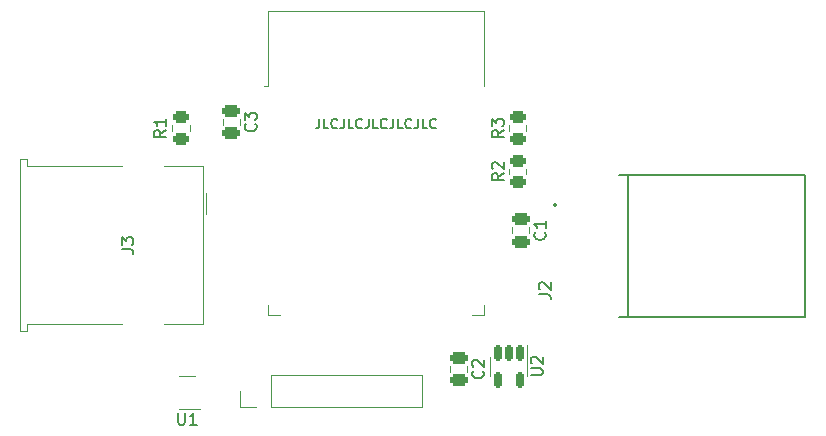
<source format=gbr>
G04 #@! TF.GenerationSoftware,KiCad,Pcbnew,(5.99.0-11535-gf6cac49802)*
G04 #@! TF.CreationDate,2021-08-06T14:04:52-04:00*
G04 #@! TF.ProjectId,esphome-humitemp,65737068-6f6d-4652-9d68-756d6974656d,1*
G04 #@! TF.SameCoordinates,Original*
G04 #@! TF.FileFunction,Legend,Top*
G04 #@! TF.FilePolarity,Positive*
%FSLAX46Y46*%
G04 Gerber Fmt 4.6, Leading zero omitted, Abs format (unit mm)*
G04 Created by KiCad (PCBNEW (5.99.0-11535-gf6cac49802)) date 2021-08-06 14:04:52*
%MOMM*%
%LPD*%
G01*
G04 APERTURE LIST*
G04 Aperture macros list*
%AMRoundRect*
0 Rectangle with rounded corners*
0 $1 Rounding radius*
0 $2 $3 $4 $5 $6 $7 $8 $9 X,Y pos of 4 corners*
0 Add a 4 corners polygon primitive as box body*
4,1,4,$2,$3,$4,$5,$6,$7,$8,$9,$2,$3,0*
0 Add four circle primitives for the rounded corners*
1,1,$1+$1,$2,$3*
1,1,$1+$1,$4,$5*
1,1,$1+$1,$6,$7*
1,1,$1+$1,$8,$9*
0 Add four rect primitives between the rounded corners*
20,1,$1+$1,$2,$3,$4,$5,0*
20,1,$1+$1,$4,$5,$6,$7,0*
20,1,$1+$1,$6,$7,$8,$9,0*
20,1,$1+$1,$8,$9,$2,$3,0*%
%AMFreePoly0*
4,1,6,0.500000,-0.850000,-0.500000,-0.850000,-0.500000,0.550000,-0.200000,0.850000,0.500000,0.850000,0.500000,-0.850000,0.500000,-0.850000,$1*%
G04 Aperture macros list end*
%ADD10C,0.152400*%
%ADD11C,0.150000*%
%ADD12C,0.120000*%
%ADD13C,0.127000*%
%ADD14C,0.200000*%
%ADD15RoundRect,0.250000X-0.450000X0.262500X-0.450000X-0.262500X0.450000X-0.262500X0.450000X0.262500X0*%
%ADD16C,7.000000*%
%ADD17R,1.700000X1.700000*%
%ADD18O,1.700000X1.700000*%
%ADD19R,0.550000X0.250000*%
%ADD20FreePoly0,180.000000*%
%ADD21RoundRect,0.250000X-0.475000X0.250000X-0.475000X-0.250000X0.475000X-0.250000X0.475000X0.250000X0*%
%ADD22RoundRect,0.250000X0.450000X-0.262500X0.450000X0.262500X-0.450000X0.262500X-0.450000X-0.262500X0*%
%ADD23R,1.500000X1.600000*%
%ADD24C,1.600000*%
%ADD25C,3.000000*%
%ADD26R,1.508000X1.508000*%
%ADD27C,1.508000*%
%ADD28C,1.250000*%
%ADD29O,3.150000X1.575000*%
%ADD30RoundRect,0.150000X-0.150000X0.512500X-0.150000X-0.512500X0.150000X-0.512500X0.150000X0.512500X0*%
%ADD31R,2.000000X0.900000*%
%ADD32R,0.900000X2.000000*%
%ADD33R,5.000000X5.000000*%
G04 APERTURE END LIST*
D10*
X112200609Y-53554895D02*
X112200609Y-54135466D01*
X112161904Y-54251580D01*
X112084495Y-54328990D01*
X111968380Y-54367695D01*
X111890971Y-54367695D01*
X112974704Y-54367695D02*
X112587657Y-54367695D01*
X112587657Y-53554895D01*
X113710095Y-54290285D02*
X113671390Y-54328990D01*
X113555276Y-54367695D01*
X113477866Y-54367695D01*
X113361752Y-54328990D01*
X113284342Y-54251580D01*
X113245638Y-54174171D01*
X113206933Y-54019352D01*
X113206933Y-53903238D01*
X113245638Y-53748419D01*
X113284342Y-53671009D01*
X113361752Y-53593600D01*
X113477866Y-53554895D01*
X113555276Y-53554895D01*
X113671390Y-53593600D01*
X113710095Y-53632304D01*
X114290666Y-53554895D02*
X114290666Y-54135466D01*
X114251961Y-54251580D01*
X114174552Y-54328990D01*
X114058438Y-54367695D01*
X113981028Y-54367695D01*
X115064761Y-54367695D02*
X114677714Y-54367695D01*
X114677714Y-53554895D01*
X115800152Y-54290285D02*
X115761447Y-54328990D01*
X115645333Y-54367695D01*
X115567923Y-54367695D01*
X115451809Y-54328990D01*
X115374400Y-54251580D01*
X115335695Y-54174171D01*
X115296990Y-54019352D01*
X115296990Y-53903238D01*
X115335695Y-53748419D01*
X115374400Y-53671009D01*
X115451809Y-53593600D01*
X115567923Y-53554895D01*
X115645333Y-53554895D01*
X115761447Y-53593600D01*
X115800152Y-53632304D01*
X116380723Y-53554895D02*
X116380723Y-54135466D01*
X116342019Y-54251580D01*
X116264609Y-54328990D01*
X116148495Y-54367695D01*
X116071085Y-54367695D01*
X117154819Y-54367695D02*
X116767771Y-54367695D01*
X116767771Y-53554895D01*
X117890209Y-54290285D02*
X117851504Y-54328990D01*
X117735390Y-54367695D01*
X117657980Y-54367695D01*
X117541866Y-54328990D01*
X117464457Y-54251580D01*
X117425752Y-54174171D01*
X117387047Y-54019352D01*
X117387047Y-53903238D01*
X117425752Y-53748419D01*
X117464457Y-53671009D01*
X117541866Y-53593600D01*
X117657980Y-53554895D01*
X117735390Y-53554895D01*
X117851504Y-53593600D01*
X117890209Y-53632304D01*
X118470780Y-53554895D02*
X118470780Y-54135466D01*
X118432076Y-54251580D01*
X118354666Y-54328990D01*
X118238552Y-54367695D01*
X118161142Y-54367695D01*
X119244876Y-54367695D02*
X118857828Y-54367695D01*
X118857828Y-53554895D01*
X119980266Y-54290285D02*
X119941561Y-54328990D01*
X119825447Y-54367695D01*
X119748038Y-54367695D01*
X119631923Y-54328990D01*
X119554514Y-54251580D01*
X119515809Y-54174171D01*
X119477104Y-54019352D01*
X119477104Y-53903238D01*
X119515809Y-53748419D01*
X119554514Y-53671009D01*
X119631923Y-53593600D01*
X119748038Y-53554895D01*
X119825447Y-53554895D01*
X119941561Y-53593600D01*
X119980266Y-53632304D01*
X120560838Y-53554895D02*
X120560838Y-54135466D01*
X120522133Y-54251580D01*
X120444723Y-54328990D01*
X120328609Y-54367695D01*
X120251200Y-54367695D01*
X121334933Y-54367695D02*
X120947885Y-54367695D01*
X120947885Y-53554895D01*
X122070323Y-54290285D02*
X122031619Y-54328990D01*
X121915504Y-54367695D01*
X121838095Y-54367695D01*
X121721980Y-54328990D01*
X121644571Y-54251580D01*
X121605866Y-54174171D01*
X121567161Y-54019352D01*
X121567161Y-53903238D01*
X121605866Y-53748419D01*
X121644571Y-53671009D01*
X121721980Y-53593600D01*
X121838095Y-53554895D01*
X121915504Y-53554895D01*
X122031619Y-53593600D01*
X122070323Y-53632304D01*
D11*
X99202380Y-54504166D02*
X98726190Y-54837500D01*
X99202380Y-55075595D02*
X98202380Y-55075595D01*
X98202380Y-54694642D01*
X98250000Y-54599404D01*
X98297619Y-54551785D01*
X98392857Y-54504166D01*
X98535714Y-54504166D01*
X98630952Y-54551785D01*
X98678571Y-54599404D01*
X98726190Y-54694642D01*
X98726190Y-55075595D01*
X99202380Y-53551785D02*
X99202380Y-54123214D01*
X99202380Y-53837500D02*
X98202380Y-53837500D01*
X98345238Y-53932738D01*
X98440476Y-54027976D01*
X98488095Y-54123214D01*
X100238095Y-78452380D02*
X100238095Y-79261904D01*
X100285714Y-79357142D01*
X100333333Y-79404761D01*
X100428571Y-79452380D01*
X100619047Y-79452380D01*
X100714285Y-79404761D01*
X100761904Y-79357142D01*
X100809523Y-79261904D01*
X100809523Y-78452380D01*
X101809523Y-79452380D02*
X101238095Y-79452380D01*
X101523809Y-79452380D02*
X101523809Y-78452380D01*
X101428571Y-78595238D01*
X101333333Y-78690476D01*
X101238095Y-78738095D01*
X131287142Y-63166666D02*
X131334761Y-63214285D01*
X131382380Y-63357142D01*
X131382380Y-63452380D01*
X131334761Y-63595238D01*
X131239523Y-63690476D01*
X131144285Y-63738095D01*
X130953809Y-63785714D01*
X130810952Y-63785714D01*
X130620476Y-63738095D01*
X130525238Y-63690476D01*
X130430000Y-63595238D01*
X130382380Y-63452380D01*
X130382380Y-63357142D01*
X130430000Y-63214285D01*
X130477619Y-63166666D01*
X131382380Y-62214285D02*
X131382380Y-62785714D01*
X131382380Y-62500000D02*
X130382380Y-62500000D01*
X130525238Y-62595238D01*
X130620476Y-62690476D01*
X130668095Y-62785714D01*
X127802380Y-54504166D02*
X127326190Y-54837500D01*
X127802380Y-55075595D02*
X126802380Y-55075595D01*
X126802380Y-54694642D01*
X126850000Y-54599404D01*
X126897619Y-54551785D01*
X126992857Y-54504166D01*
X127135714Y-54504166D01*
X127230952Y-54551785D01*
X127278571Y-54599404D01*
X127326190Y-54694642D01*
X127326190Y-55075595D01*
X126802380Y-54170833D02*
X126802380Y-53551785D01*
X127183333Y-53885119D01*
X127183333Y-53742261D01*
X127230952Y-53647023D01*
X127278571Y-53599404D01*
X127373809Y-53551785D01*
X127611904Y-53551785D01*
X127707142Y-53599404D01*
X127754761Y-53647023D01*
X127802380Y-53742261D01*
X127802380Y-54027976D01*
X127754761Y-54123214D01*
X127707142Y-54170833D01*
X106787142Y-53979166D02*
X106834761Y-54026785D01*
X106882380Y-54169642D01*
X106882380Y-54264880D01*
X106834761Y-54407738D01*
X106739523Y-54502976D01*
X106644285Y-54550595D01*
X106453809Y-54598214D01*
X106310952Y-54598214D01*
X106120476Y-54550595D01*
X106025238Y-54502976D01*
X105930000Y-54407738D01*
X105882380Y-54264880D01*
X105882380Y-54169642D01*
X105930000Y-54026785D01*
X105977619Y-53979166D01*
X105882380Y-53645833D02*
X105882380Y-53026785D01*
X106263333Y-53360119D01*
X106263333Y-53217261D01*
X106310952Y-53122023D01*
X106358571Y-53074404D01*
X106453809Y-53026785D01*
X106691904Y-53026785D01*
X106787142Y-53074404D01*
X106834761Y-53122023D01*
X106882380Y-53217261D01*
X106882380Y-53502976D01*
X106834761Y-53598214D01*
X106787142Y-53645833D01*
X95452380Y-64583333D02*
X96166666Y-64583333D01*
X96309523Y-64630952D01*
X96404761Y-64726190D01*
X96452380Y-64869047D01*
X96452380Y-64964285D01*
X95452380Y-64202380D02*
X95452380Y-63583333D01*
X95833333Y-63916666D01*
X95833333Y-63773809D01*
X95880952Y-63678571D01*
X95928571Y-63630952D01*
X96023809Y-63583333D01*
X96261904Y-63583333D01*
X96357142Y-63630952D01*
X96404761Y-63678571D01*
X96452380Y-63773809D01*
X96452380Y-64059523D01*
X96404761Y-64154761D01*
X96357142Y-64202380D01*
X126037142Y-74916666D02*
X126084761Y-74964285D01*
X126132380Y-75107142D01*
X126132380Y-75202380D01*
X126084761Y-75345238D01*
X125989523Y-75440476D01*
X125894285Y-75488095D01*
X125703809Y-75535714D01*
X125560952Y-75535714D01*
X125370476Y-75488095D01*
X125275238Y-75440476D01*
X125180000Y-75345238D01*
X125132380Y-75202380D01*
X125132380Y-75107142D01*
X125180000Y-74964285D01*
X125227619Y-74916666D01*
X125227619Y-74535714D02*
X125180000Y-74488095D01*
X125132380Y-74392857D01*
X125132380Y-74154761D01*
X125180000Y-74059523D01*
X125227619Y-74011904D01*
X125322857Y-73964285D01*
X125418095Y-73964285D01*
X125560952Y-74011904D01*
X126132380Y-74583333D01*
X126132380Y-73964285D01*
X127802380Y-58166666D02*
X127326190Y-58500000D01*
X127802380Y-58738095D02*
X126802380Y-58738095D01*
X126802380Y-58357142D01*
X126850000Y-58261904D01*
X126897619Y-58214285D01*
X126992857Y-58166666D01*
X127135714Y-58166666D01*
X127230952Y-58214285D01*
X127278571Y-58261904D01*
X127326190Y-58357142D01*
X127326190Y-58738095D01*
X126897619Y-57785714D02*
X126850000Y-57738095D01*
X126802380Y-57642857D01*
X126802380Y-57404761D01*
X126850000Y-57309523D01*
X126897619Y-57261904D01*
X126992857Y-57214285D01*
X127088095Y-57214285D01*
X127230952Y-57261904D01*
X127802380Y-57833333D01*
X127802380Y-57214285D01*
X130779880Y-68402583D02*
X131494166Y-68402583D01*
X131637023Y-68450202D01*
X131732261Y-68545440D01*
X131779880Y-68688297D01*
X131779880Y-68783535D01*
X130875119Y-67974011D02*
X130827500Y-67926392D01*
X130779880Y-67831154D01*
X130779880Y-67593059D01*
X130827500Y-67497821D01*
X130875119Y-67450202D01*
X130970357Y-67402583D01*
X131065595Y-67402583D01*
X131208452Y-67450202D01*
X131779880Y-68021630D01*
X131779880Y-67402583D01*
X130102380Y-75261904D02*
X130911904Y-75261904D01*
X131007142Y-75214285D01*
X131054761Y-75166666D01*
X131102380Y-75071428D01*
X131102380Y-74880952D01*
X131054761Y-74785714D01*
X131007142Y-74738095D01*
X130911904Y-74690476D01*
X130102380Y-74690476D01*
X130197619Y-74261904D02*
X130150000Y-74214285D01*
X130102380Y-74119047D01*
X130102380Y-73880952D01*
X130150000Y-73785714D01*
X130197619Y-73738095D01*
X130292857Y-73690476D01*
X130388095Y-73690476D01*
X130530952Y-73738095D01*
X131102380Y-74309523D01*
X131102380Y-73690476D01*
D12*
X99765000Y-54110436D02*
X99765000Y-54564564D01*
X101235000Y-54110436D02*
X101235000Y-54564564D01*
X120880000Y-77930000D02*
X120880000Y-75270000D01*
X108120000Y-77930000D02*
X120880000Y-77930000D01*
X106850000Y-77930000D02*
X105520000Y-77930000D01*
X108120000Y-77930000D02*
X108120000Y-75270000D01*
X105520000Y-77930000D02*
X105520000Y-76600000D01*
X108120000Y-75270000D02*
X120880000Y-75270000D01*
X102090000Y-78160000D02*
X100350000Y-78160000D01*
X101650000Y-75340000D02*
X100350000Y-75340000D01*
X128515000Y-62738748D02*
X128515000Y-63261252D01*
X129985000Y-62738748D02*
X129985000Y-63261252D01*
X129735000Y-54564564D02*
X129735000Y-54110436D01*
X128265000Y-54564564D02*
X128265000Y-54110436D01*
X105485000Y-53551248D02*
X105485000Y-54073752D01*
X104015000Y-53551248D02*
X104015000Y-54073752D01*
X87410000Y-56940000D02*
X86890000Y-56940000D01*
X86890000Y-71560000D02*
X87410000Y-71560000D01*
X86890000Y-56940000D02*
X86890000Y-71560000D01*
X102370000Y-70910000D02*
X99040000Y-70910000D01*
X102590000Y-59850000D02*
X102590000Y-61650000D01*
X102370000Y-57590000D02*
X99040000Y-57590000D01*
X87410000Y-71560000D02*
X87410000Y-70910000D01*
X87410000Y-57590000D02*
X87410000Y-56940000D01*
X95520000Y-70910000D02*
X87410000Y-70910000D01*
X102370000Y-57590000D02*
X102370000Y-70910000D01*
X87410000Y-57590000D02*
X95520000Y-57590000D01*
X124735000Y-74488748D02*
X124735000Y-75011252D01*
X123265000Y-74488748D02*
X123265000Y-75011252D01*
X128265000Y-58227064D02*
X128265000Y-57772936D01*
X129735000Y-58227064D02*
X129735000Y-57772936D01*
D13*
X137562500Y-70344250D02*
X138312500Y-70344250D01*
X153362500Y-70344250D02*
X153362500Y-58344250D01*
X138312500Y-70344250D02*
X153362500Y-70344250D01*
X138312500Y-58344250D02*
X137562500Y-58344250D01*
X138312500Y-70344250D02*
X138312500Y-58344250D01*
X153362500Y-58344250D02*
X138312500Y-58344250D01*
D14*
X132262500Y-60844250D02*
G75*
G03*
X132262500Y-60844250I-100000J0D01*
G01*
D12*
X126690000Y-74500000D02*
X126690000Y-75300000D01*
X126690000Y-74500000D02*
X126690000Y-73700000D01*
X129810000Y-74500000D02*
X129810000Y-75300000D01*
X129810000Y-74500000D02*
X129810000Y-72700000D01*
X107880000Y-44385000D02*
X107880000Y-50805000D01*
X126120000Y-44385000D02*
X126120000Y-50805000D01*
X126120000Y-70130000D02*
X125120000Y-70130000D01*
X126120000Y-69350000D02*
X126120000Y-70130000D01*
X107880000Y-70130000D02*
X108880000Y-70130000D01*
X107880000Y-69350000D02*
X107880000Y-70130000D01*
X107880000Y-50805000D02*
X107500000Y-50805000D01*
X107880000Y-44385000D02*
X126120000Y-44385000D01*
%LPC*%
D15*
X100500000Y-53425000D03*
X100500000Y-55250000D03*
D16*
X94250000Y-76500000D03*
X134750000Y-76500000D03*
D17*
X106850000Y-76600000D03*
D18*
X109390000Y-76600000D03*
X111930000Y-76600000D03*
X114470000Y-76600000D03*
X117010000Y-76600000D03*
X119550000Y-76600000D03*
D16*
X134750000Y-52500000D03*
D19*
X102175000Y-77500000D03*
X102175000Y-77000000D03*
X102175000Y-76500000D03*
X102175000Y-76000000D03*
X99825000Y-76000000D03*
X99825000Y-76500000D03*
X99825000Y-77000000D03*
X99825000Y-77500000D03*
D20*
X101000000Y-76750000D03*
D21*
X129250000Y-62050000D03*
X129250000Y-63950000D03*
D22*
X129000000Y-55250000D03*
X129000000Y-53425000D03*
D16*
X94250000Y-52250000D03*
D21*
X104750000Y-52862500D03*
X104750000Y-54762500D03*
D23*
X99990000Y-60750000D03*
D24*
X99990000Y-63250000D03*
X99990000Y-65250000D03*
X99990000Y-67750000D03*
D25*
X97280000Y-70820000D03*
X97280000Y-57680000D03*
D21*
X124000000Y-73800000D03*
X124000000Y-75700000D03*
D22*
X129000000Y-58912500D03*
X129000000Y-57087500D03*
D26*
X133462500Y-60844250D03*
D27*
X133462500Y-63344250D03*
X133462500Y-65344250D03*
X133462500Y-67844250D03*
D28*
X135562500Y-62094250D03*
X135562500Y-66594250D03*
D29*
X135562500Y-58644250D03*
X135562500Y-70044250D03*
D30*
X129200000Y-73362500D03*
X128250000Y-73362500D03*
X127300000Y-73362500D03*
X127300000Y-75637500D03*
X129200000Y-75637500D03*
D31*
X108500000Y-51995000D03*
X108500000Y-53265000D03*
X108500000Y-54535000D03*
X108500000Y-55805000D03*
X108500000Y-57075000D03*
X108500000Y-58345000D03*
X108500000Y-59615000D03*
X108500000Y-60885000D03*
X108500000Y-62155000D03*
X108500000Y-63425000D03*
X108500000Y-64695000D03*
X108500000Y-65965000D03*
X108500000Y-67235000D03*
X108500000Y-68505000D03*
D32*
X111285000Y-69505000D03*
X112555000Y-69505000D03*
X113825000Y-69505000D03*
X115095000Y-69505000D03*
X116365000Y-69505000D03*
X117635000Y-69505000D03*
X118905000Y-69505000D03*
X120175000Y-69505000D03*
X121445000Y-69505000D03*
X122715000Y-69505000D03*
D31*
X125500000Y-68505000D03*
X125500000Y-67235000D03*
X125500000Y-65965000D03*
X125500000Y-64695000D03*
X125500000Y-63425000D03*
X125500000Y-62155000D03*
X125500000Y-60885000D03*
X125500000Y-59615000D03*
X125500000Y-58345000D03*
X125500000Y-57075000D03*
X125500000Y-55805000D03*
X125500000Y-54535000D03*
X125500000Y-53265000D03*
X125500000Y-51995000D03*
D33*
X116000000Y-59495000D03*
M02*

</source>
